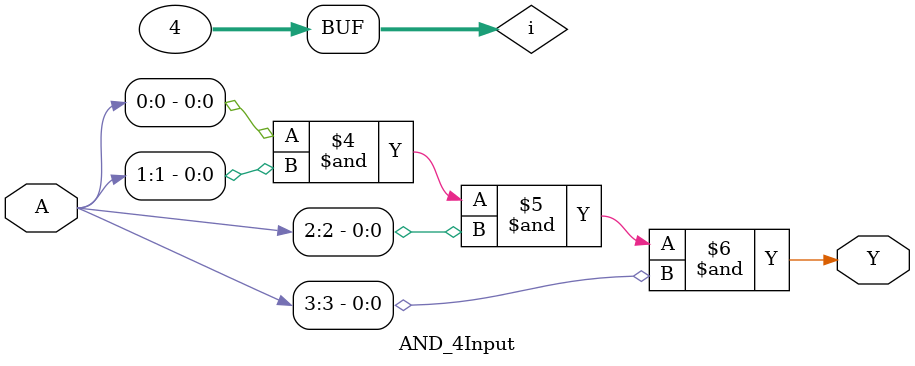
<source format=v>
module AND_4Input (
    input [3:0] A,  
    output reg Y    
);
    integer i;

    always @(*) begin
        Y = 1'b1; 
        for (i = 0; i < 4; i = i + 1) begin
            Y = Y & A[i]; 
        end
    end
endmodule

</source>
